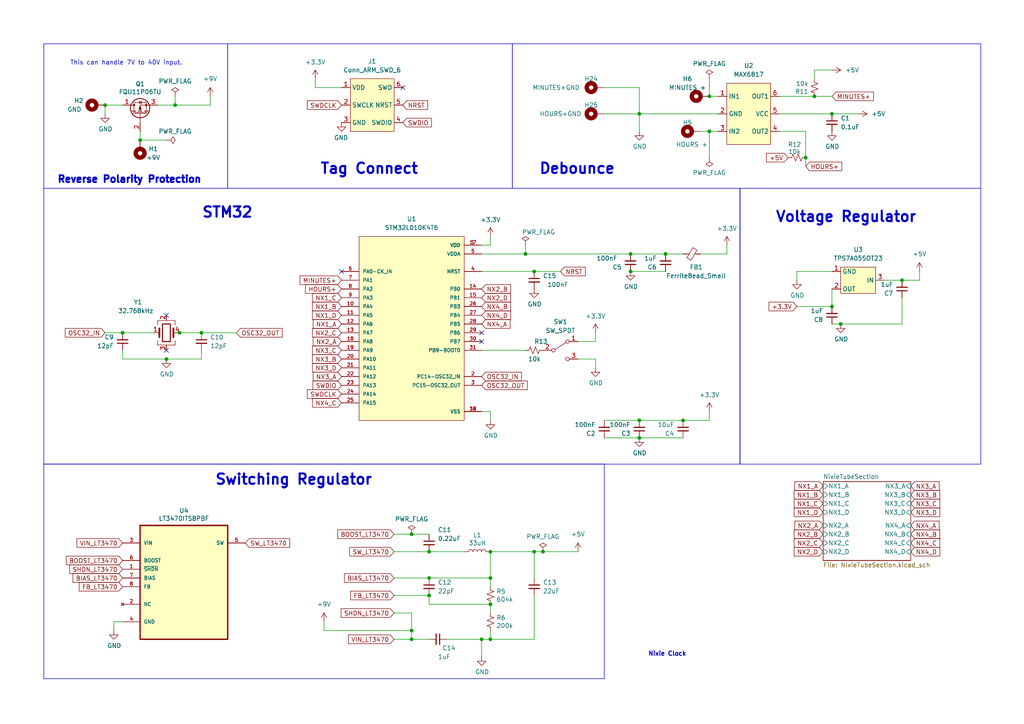
<source format=kicad_sch>
(kicad_sch (version 20230121) (generator eeschema)
  (paper "A4")
  (lib_symbols
    (symbol "Connector:Conn_ARM_SWD_6"
      (property "Reference" "U" (at 0 11.43 0))
      (property "Value" "Conn_ARM_SWD_6" (at 0 8.89 0))
      (symbol "Conn_ARM_SWD_6_0_1"
        (rectangle (start -6.35 7.62) (end 6.35 -7.62) (fill (type background)))
      )
      (symbol "Conn_ARM_SWD_6_1_1"
        (pin power_in line (at -8.89 5.08 0) (length 2.54) (name "VDD") (number "1"))
        (pin input line (at -8.89 0 0) (length 2.54) (name "SWCLK") (number "2"))
        (pin power_out line (at -8.89 -5.08 0) (length 2.54) (name "GND") (number "3"))
        (pin input line (at 8.89 -5.08 180) (length 2.54) (name "SWDIO") (number "4"))
        (pin input line (at 8.89 0 180) (length 2.54) (name "NRST") (number "5"))
        (pin input line (at 8.89 5.08 180) (length 2.54) (name "SWO") (number "6"))
      )
    )
    (symbol "Device:C_Small" (pin_numbers hide) (pin_names (offset 0.254) hide)
      (property "Reference" "C" (at 0.254 1.778 0))
      (property "Value" "C_Small" (at 0.254 -2.032 0))
      (symbol "C_Small_0_1"
        (polyline (pts (xy -1.524 -0.508) (xy 1.524 -0.508)) (stroke (width 0.3302)))
        (polyline (pts (xy -1.524 0.508) (xy 1.524 0.508)) (stroke (width 0.3048)))
      )
      (symbol "C_Small_1_1"
        (pin passive line (at 0 2.54 270) (length 2.032) (name "~") (number "1"))
        (pin passive line (at 0 -2.54 90) (length 2.032) (name "~") (number "2"))
      )
    )
    (symbol "Device:Crystal_GND23" (pin_names (offset 1.016) hide)
      (property "Reference" "Y" (at 3.175 5.08 0))
      (property "Value" "Crystal_GND23" (at 3.175 3.175 0))
      (symbol "Crystal_GND23_0_1"
        (rectangle (start -1.143 2.54) (end 1.143 -2.54) (stroke (width 0.3048)))
        (polyline (pts (xy -2.54 0) (xy -2.032 0)))
        (polyline (pts (xy -2.032 -1.27) (xy -2.032 1.27)) (stroke (width 0.508)))
        (polyline (pts (xy 0 -3.81) (xy 0 -3.556)))
        (polyline (pts (xy 0 3.556) (xy 0 3.81)))
        (polyline (pts (xy 2.032 -1.27) (xy 2.032 1.27)) (stroke (width 0.508)))
        (polyline (pts (xy 2.032 0) (xy 2.54 0)))
        (polyline (pts (xy -2.54 -2.286) (xy -2.54 -3.556) (xy 2.54 -3.556) (xy 2.54 -2.286)))
        (polyline (pts (xy -2.54 2.286) (xy -2.54 3.556) (xy 2.54 3.556) (xy 2.54 2.286)))
      )
      (symbol "Crystal_GND23_1_1"
        (pin passive line (at -3.81 0 0) (length 1.27) (name "1") (number "1"))
        (pin passive line (at 0 5.08 270) (length 1.27) (name "2") (number "2"))
        (pin passive line (at 0 -5.08 90) (length 1.27) (name "3") (number "3"))
        (pin passive line (at 3.81 0 180) (length 1.27) (name "4") (number "4"))
      )
    )
    (symbol "Device:FerriteBead_Small" (pin_numbers hide) (pin_names (offset 0))
      (property "Reference" "FB" (at 1.905 1.27 0))
      (property "Value" "FerriteBead_Small" (at 1.905 -1.27 0))
      (symbol "FerriteBead_Small_0_1"
        (polyline (pts (xy 0 -1.27) (xy 0 -0.7874)))
        (polyline (pts (xy 0 0.889) (xy 0 1.2954)))
        (polyline (pts (xy -1.8288 0.2794) (xy -1.1176 1.4986) (xy 1.8288 -0.2032) (xy 1.1176 -1.4224) (xy -1.8288 0.2794)))
      )
      (symbol "FerriteBead_Small_1_1"
        (pin passive line (at 0 2.54 270) (length 1.27) (name "~") (number "1"))
        (pin passive line (at 0 -2.54 90) (length 1.27) (name "~") (number "2"))
      )
    )
    (symbol "Device:L" (pin_numbers hide) (pin_names (offset 1.016) hide)
      (property "Reference" "L" (at -1.27 0 90))
      (property "Value" "L" (at 1.905 0 90))
      (symbol "L_0_1"
        (arc (start 0 -2.54) (mid 0.6323 -1.905) (end 0 -1.27))
        (arc (start 0 -1.27) (mid 0.6323 -0.635) (end 0 0))
        (arc (start 0 0) (mid 0.6323 0.635) (end 0 1.27))
        (arc (start 0 1.27) (mid 0.6323 1.905) (end 0 2.54))
      )
      (symbol "L_1_1"
        (pin passive line (at 0 3.81 270) (length 1.27) (name "1") (number "1"))
        (pin passive line (at 0 -3.81 90) (length 1.27) (name "2") (number "2"))
      )
    )
    (symbol "Device:R_Small_US" (pin_numbers hide) (pin_names (offset 0.254) hide)
      (property "Reference" "R" (at 0.762 0.508 0))
      (property "Value" "R_Small_US" (at 0.762 -1.016 0))
      (symbol "R_Small_US_1_1"
        (polyline (pts (xy 0 0) (xy 1.016 -0.381) (xy 0 -0.762) (xy -1.016 -1.143) (xy 0 -1.524)))
        (polyline (pts (xy 0 1.524) (xy 1.016 1.143) (xy 0 0.762) (xy -1.016 0.381) (xy 0 0)))
        (pin passive line (at 0 2.54 270) (length 1.016) (name "~") (number "1"))
        (pin passive line (at 0 -2.54 90) (length 1.016) (name "~") (number "2"))
      )
    )
    (symbol "Interface:MAX6817"
      (property "Reference" "U" (at 0 16.51 0))
      (property "Value" "MAX6817" (at 0 16.51 0))
      (symbol "MAX6817_0_1"
        (rectangle (start -6.35 8.89) (end 6.35 -8.89) (fill (type background)))
      )
      (symbol "MAX6817_1_1"
        (pin input line (at -8.89 5.08 0) (length 2.54) (name "IN1") (number "1"))
        (pin power_in line (at -8.89 0 0) (length 2.54) (name "GND") (number "2"))
        (pin input line (at -8.89 -5.08 0) (length 2.54) (name "IN2") (number "3"))
        (pin output line (at 8.89 -5.08 180) (length 2.54) (name "OUT2") (number "4"))
        (pin power_in line (at 8.89 0 180) (length 2.54) (name "VCC") (number "5"))
        (pin output line (at 8.89 5.08 180) (length 2.54) (name "OUT1") (number "6"))
      )
    )
    (symbol "LT3470ITS8PBF:LT3470ITS8PBF" (pin_names (offset 1.016))
      (property "Reference" "U" (at -4.9276 15.1892 0))
      (property "Value" "LT3470ITS8PBF_LT3470ITS8PBF" (at -6.8072 -24.7396 0))
      (symbol "LT3470ITS8PBF_0_0"
        (rectangle (start -12.7 -20.32) (end 12.7 12.7) (stroke (width 0.4064)) (fill (type background)))
        (pin input line (at -17.78 0 0) (length 5.08) (name "~{SHDN}") (number "1"))
        (pin no_connect line (at -17.78 -10.16 0) (length 5.08) (name "NC") (number "2"))
        (pin power_in line (at -17.78 7.62 0) (length 5.08) (name "VIN") (number "3"))
        (pin passive line (at -17.78 -15.24 0) (length 5.08) (name "GND") (number "4"))
        (pin output line (at 17.78 7.62 180) (length 5.08) (name "SW") (number "5"))
        (pin power_in line (at -17.78 2.54 0) (length 5.08) (name "BOOST") (number "6"))
        (pin power_in line (at -17.78 -2.54 0) (length 5.08) (name "BIAS") (number "7"))
        (pin input line (at -17.78 -5.08 0) (length 5.08) (name "FB") (number "8"))
      )
    )
    (symbol "Mechanical:MountingHole_Pad" (pin_numbers hide) (pin_names (offset 1.016) hide)
      (property "Reference" "H" (at 0 6.35 0))
      (property "Value" "MountingHole_Pad" (at 0 4.445 0))
      (symbol "MountingHole_Pad_0_1"
        (circle (center 0 1.27) (radius 1.27) (stroke (width 1.27)))
      )
      (symbol "MountingHole_Pad_1_1"
        (pin input line (at 0 -2.54 90) (length 2.54) (name "1") (number "1"))
      )
    )
    (symbol "Regulator_Linear:TPS7A05SOT23"
      (property "Reference" "U" (at 0 8.89 0))
      (property "Value" "TPS7A05SOT23" (at 0 6.35 0))
      (symbol "TPS7A05SOT23_0_1"
        (rectangle (start -5.08 3.81) (end 5.08 -3.81) (fill (type background)))
      )
      (symbol "TPS7A05SOT23_1_1"
        (pin power_in line (at -7.62 2.54 0) (length 2.54) (name "GND") (number "1"))
        (pin power_out line (at -7.62 -2.54 0) (length 2.54) (name "OUT") (number "2"))
        (pin power_in line (at 7.62 0 180) (length 2.54) (name "IN") (number "3"))
      )
    )
    (symbol "STM32L010K4T6:STM32L010K4T6" (pin_names (offset 1.016))
      (property "Reference" "U" (at -15.24 26.67 0))
      (property "Value" "STM32L010K4T6" (at -15.24 -30.48 0))
      (symbol "STM32L010K4T6_0_0"
        (rectangle (start -15.24 -27.94) (end 15.24 25.4) (stroke (width 0.1524)) (fill (type background)))
        (pin power_in line (at 20.32 22.86 180) (length 5.08) (name "VDD") (number "1"))
        (pin bidirectional line (at -20.32 5.08 0) (length 5.08) (name "PA4") (number "10"))
        (pin bidirectional line (at -20.32 2.54 0) (length 5.08) (name "PA5") (number "11"))
        (pin bidirectional line (at -20.32 0 0) (length 5.08) (name "PA6") (number "12"))
        (pin bidirectional line (at -20.32 -2.54 0) (length 5.08) (name "PA7") (number "13"))
        (pin bidirectional line (at 20.32 10.16 180) (length 5.08) (name "PB0") (number "14"))
        (pin bidirectional line (at 20.32 7.62 180) (length 5.08) (name "PB1") (number "15"))
        (pin power_in line (at 20.32 -25.4 180) (length 5.08) (name "VSS") (number "16"))
        (pin power_in line (at 20.32 22.86 180) (length 5.08) (name "VDD") (number "17"))
        (pin bidirectional line (at -20.32 -5.08 0) (length 5.08) (name "PA8") (number "18"))
        (pin bidirectional line (at -20.32 -7.62 0) (length 5.08) (name "PA9") (number "19"))
        (pin bidirectional line (at 20.32 -15.24 180) (length 5.08) (name "PC14-OSC32_IN") (number "2"))
        (pin bidirectional line (at -20.32 -10.16 0) (length 5.08) (name "PA10") (number "20"))
        (pin bidirectional line (at -20.32 -12.7 0) (length 5.08) (name "PA11") (number "21"))
        (pin bidirectional line (at -20.32 -15.24 0) (length 5.08) (name "PA12") (number "22"))
        (pin bidirectional line (at -20.32 -17.78 0) (length 5.08) (name "PA13") (number "23"))
        (pin bidirectional line (at -20.32 -20.32 0) (length 5.08) (name "PA14") (number "24"))
        (pin bidirectional line (at -20.32 -22.86 0) (length 5.08) (name "PA15") (number "25"))
        (pin bidirectional line (at 20.32 5.08 180) (length 5.08) (name "PB3") (number "26"))
        (pin bidirectional line (at 20.32 2.54 180) (length 5.08) (name "PB4") (number "27"))
        (pin bidirectional line (at 20.32 0 180) (length 5.08) (name "PB5") (number "28"))
        (pin bidirectional line (at 20.32 -2.54 180) (length 5.08) (name "PB6") (number "29"))
        (pin bidirectional line (at 20.32 -17.78 180) (length 5.08) (name "PC15-OSC32_OUT") (number "3"))
        (pin bidirectional line (at 20.32 -5.08 180) (length 5.08) (name "PB7") (number "30"))
        (pin input line (at 20.32 -7.62 180) (length 5.08) (name "PB9-BOOT0") (number "31"))
        (pin power_in line (at 20.32 -25.4 180) (length 5.08) (name "VSS") (number "32"))
        (pin bidirectional line (at 20.32 15.24 180) (length 5.08) (name "NRST") (number "4"))
        (pin power_in line (at 20.32 20.32 180) (length 5.08) (name "VDDA") (number "5"))
        (pin bidirectional line (at -20.32 15.24 0) (length 5.08) (name "PA0-CK_IN") (number "6"))
        (pin bidirectional line (at -20.32 12.7 0) (length 5.08) (name "PA1") (number "7"))
        (pin bidirectional line (at -20.32 10.16 0) (length 5.08) (name "PA2") (number "8"))
        (pin bidirectional line (at -20.32 7.62 0) (length 5.08) (name "PA3") (number "9"))
      )
    )
    (symbol "Switch:SW_SPDT" (pin_names (offset 0) hide)
      (property "Reference" "SW" (at 0 4.318 0))
      (property "Value" "SW_SPDT" (at 0 -5.08 0))
      (symbol "SW_SPDT_0_0"
        (circle (center -2.032 0) (radius 0.508))
        (circle (center 2.032 -2.54) (radius 0.508))
      )
      (symbol "SW_SPDT_0_1"
        (polyline (pts (xy -1.524 0.254) (xy 1.651 2.286)))
        (circle (center 2.032 2.54) (radius 0.508))
      )
      (symbol "SW_SPDT_1_1"
        (pin passive line (at 5.08 2.54 180) (length 2.54) (name "A") (number "1"))
        (pin passive line (at -5.08 0 0) (length 2.54) (name "B") (number "2"))
        (pin passive line (at 5.08 -2.54 180) (length 2.54) (name "C") (number "3"))
      )
    )
    (symbol "Transistor_FET:FQU11P06TU" (pin_names hide)
      (property "Reference" "Q" (at 5.08 1.905 0))
      (property "Value" "Transistor_FET_FQU11P06TU" (at 5.08 0 0))
      (symbol "FQU11P06TU_0_1"
        (polyline (pts (xy 0.254 0) (xy -2.54 0)))
        (polyline (pts (xy 0.254 1.905) (xy 0.254 -1.905)) (stroke (width 0.254)))
        (polyline (pts (xy 0.762 -1.27) (xy 0.762 -2.286)) (stroke (width 0.254)))
        (polyline (pts (xy 0.762 0.508) (xy 0.762 -0.508)) (stroke (width 0.254)))
        (polyline (pts (xy 0.762 2.286) (xy 0.762 1.27)) (stroke (width 0.254)))
        (polyline (pts (xy 2.54 2.54) (xy 2.54 1.778)))
        (polyline (pts (xy 2.54 -2.54) (xy 2.54 0) (xy 0.762 0)))
        (polyline (pts (xy 0.762 1.778) (xy 3.302 1.778) (xy 3.302 -1.778) (xy 0.762 -1.778)))
        (polyline (pts (xy 2.286 0) (xy 1.27 0.381) (xy 1.27 -0.381) (xy 2.286 0)) (fill (type outline)))
        (polyline (pts (xy 2.794 -0.508) (xy 2.921 -0.381) (xy 3.683 -0.381) (xy 3.81 -0.254)))
        (polyline (pts (xy 3.302 -0.381) (xy 2.921 0.254) (xy 3.683 0.254) (xy 3.302 -0.381)))
        (circle (center 1.651 0) (radius 2.794) (stroke (width 0.254)))
        (circle (center 2.54 -1.778) (radius 0.254) (fill (type outline)))
        (circle (center 2.54 1.778) (radius 0.254) (fill (type outline)))
      )
      (symbol "FQU11P06TU_1_1"
        (pin passive line (at 2.54 5.08 270) (length 2.54) (name "D") (number "1"))
        (pin input line (at -5.08 0 0) (length 2.54) (name "G") (number "2"))
        (pin passive line (at 2.54 -5.08 90) (length 2.54) (name "S") (number "3"))
      )
    )
    (symbol "power:+3.3V" (power) (pin_names (offset 0))
      (property "Value" "+3.3V" (at 0 3.556 0))
      (symbol "+3.3V_0_1"
        (polyline (pts (xy -0.762 1.27) (xy 0 2.54)))
        (polyline (pts (xy 0 0) (xy 0 2.54)))
        (polyline (pts (xy 0 2.54) (xy 0.762 1.27)))
      )
      (symbol "+3.3V_1_1"
        (pin power_in line (at 0 0 90) (length 0) hide (name "+3.3V") (number "1"))
      )
    )
    (symbol "power:+5V" (power) (pin_names (offset 0))
      (property "Value" "+5V" (at 0 3.556 0))
      (symbol "+5V_0_1"
        (polyline (pts (xy -0.762 1.27) (xy 0 2.54)))
        (polyline (pts (xy 0 0) (xy 0 2.54)))
        (polyline (pts (xy 0 2.54) (xy 0.762 1.27)))
      )
      (symbol "+5V_1_1"
        (pin power_in line (at 0 0 90) (length 0) hide (name "+5V") (number "1"))
      )
    )
    (symbol "power:+9V" (power) (pin_names (offset 0))
      (property "Value" "+9V" (at 0 3.556 0))
      (symbol "+9V_0_1"
        (polyline (pts (xy -0.762 1.27) (xy 0 2.54)))
        (polyline (pts (xy 0 0) (xy 0 2.54)))
        (polyline (pts (xy 0 2.54) (xy 0.762 1.27)))
      )
      (symbol "+9V_1_1"
        (pin power_in line (at 0 0 90) (length 0) hide (name "+9V") (number "1"))
      )
    )
    (symbol "power:GND" (power) (pin_names (offset 0))
      (property "Value" "GND" (at 0 -3.81 0))
      (symbol "GND_0_1"
        (polyline (pts (xy 0 0) (xy 0 -1.27) (xy 1.27 -1.27) (xy 0 -2.54) (xy -1.27 -1.27) (xy 0 -1.27)))
      )
      (symbol "GND_1_1"
        (pin power_in line (at 0 0 270) (length 0) hide (name "GND") (number "1"))
      )
    )
    (symbol "power:PWR_FLAG" (power) (pin_numbers hide) (pin_names (offset 0) hide)
      (property "Value" "PWR_FLAG" (at 0 3.81 0))
      (symbol "PWR_FLAG_0_0"
        (pin power_out line (at 0 0 90) (length 0) (name "pwr") (number "1"))
      )
      (symbol "PWR_FLAG_0_1"
        (polyline (pts (xy 0 0) (xy 0 1.27) (xy -1.016 1.905) (xy 0 2.54) (xy 1.016 1.905) (xy 0 1.27)))
      )
    )
  )
  (junction (at 52.07 96.52))
  (junction (at 139.7 185.42))
  (junction (at 124.46 160.02))
  (junction (at 233.68 45.72))
  (junction (at 154.94 160.02))
  (junction (at 124.46 172.72))
  (junction (at 142.24 167.64))
  (junction (at 193.04 73.66))
  (junction (at 50.8 30.48))
  (junction (at 182.88 73.66))
  (junction (at 142.24 185.42))
  (junction (at 182.88 78.74))
  (junction (at 142.24 175.26))
  (junction (at 154.94 78.74))
  (junction (at 261.62 81.28))
  (junction (at 241.3 88.9))
  (junction (at 236.22 27.94))
  (junction (at 152.4 73.66))
  (junction (at 185.42 127))
  (junction (at 243.84 93.98))
  (junction (at 205.74 38.1))
  (junction (at 48.26 104.14))
  (junction (at 119.38 182.88))
  (junction (at 241.3 33.02))
  (junction (at 157.48 160.02))
  (junction (at 205.74 27.94))
  (junction (at 35.56 96.52))
  (junction (at 119.38 185.42))
  (junction (at 124.46 167.64))
  (junction (at 30.48 30.48))
  (junction (at 142.24 160.02))
  (junction (at 198.12 121.92))
  (junction (at 119.38 154.94))
  (junction (at 185.42 121.92))
  (junction (at 58.42 96.52))
  (junction (at 185.42 33.02))
  (junction (at 40.64 40.64))
  (no_connect (at 139.7 96.52))
  (no_connect (at 139.7 99.06))
  (no_connect (at 99.06 78.74))
  (no_connect (at 48.26 91.44))
  (no_connect (at 48.26 101.6))
  (no_connect (at 116.84 25.4))
  (wire (pts (xy 154.94 167.64) (xy 154.94 160.02)))
  (wire (pts (xy 35.56 104.14) (xy 48.26 104.14)))
  (wire (pts (xy 157.48 160.02) (xy 167.64 160.02)))
  (wire (pts (xy 185.42 121.92) (xy 198.12 121.92)))
  (wire (pts (xy 142.24 185.42) (xy 142.24 182.88)))
  (wire (pts (xy 233.68 38.1) (xy 233.68 45.72)))
  (wire (pts (xy 203.2 38.1) (xy 205.74 38.1)))
  (wire (pts (xy 30.48 96.52) (xy 35.56 96.52)))
  (wire (pts (xy 182.88 78.74) (xy 193.04 78.74)))
  (wire (pts (xy 114.3 167.64) (xy 124.46 167.64)))
  (wire (pts (xy 142.24 185.42) (xy 154.94 185.42)))
  (wire (pts (xy 30.48 30.48) (xy 30.48 33.02)))
  (wire (pts (xy 261.62 81.28) (xy 266.7 81.28)))
  (wire (pts (xy 231.14 81.28) (xy 231.14 78.74)))
  (wire (pts (xy 142.24 121.92) (xy 142.24 119.38)))
  (wire (pts (xy 119.38 154.94) (xy 124.46 154.94)))
  (wire (pts (xy 50.8 27.94) (xy 50.8 30.48)))
  (wire (pts (xy 91.44 22.86) (xy 91.44 25.4)))
  (wire (pts (xy 236.22 20.32) (xy 241.3 20.32)))
  (wire (pts (xy 40.64 40.64) (xy 48.26 40.64)))
  (wire (pts (xy 205.74 38.1) (xy 208.28 38.1)))
  (wire (pts (xy 185.42 33.02) (xy 185.42 38.1)))
  (wire (pts (xy 167.64 99.06) (xy 172.72 99.06)))
  (wire (pts (xy 236.22 20.32) (xy 236.22 22.86)))
  (wire (pts (xy 152.4 73.66) (xy 182.88 73.66)))
  (wire (pts (xy 205.74 38.1) (xy 205.74 45.72)))
  (wire (pts (xy 185.42 33.02) (xy 208.28 33.02)))
  (wire (pts (xy 142.24 175.26) (xy 142.24 177.8)))
  (wire (pts (xy 241.3 33.02) (xy 248.92 33.02)))
  (wire (pts (xy 205.74 27.94) (xy 208.28 27.94)))
  (wire (pts (xy 231.14 88.9) (xy 241.3 88.9)))
  (wire (pts (xy 33.02 180.34) (xy 33.02 182.88)))
  (wire (pts (xy 167.64 104.14) (xy 172.72 104.14)))
  (wire (pts (xy 119.38 177.8) (xy 119.38 182.88)))
  (wire (pts (xy 261.62 86.36) (xy 261.62 93.98)))
  (wire (pts (xy 45.72 30.48) (xy 50.8 30.48)))
  (wire (pts (xy 210.82 71.12) (xy 210.82 73.66)))
  (wire (pts (xy 142.24 167.64) (xy 142.24 170.18)))
  (wire (pts (xy 93.98 182.88) (xy 119.38 182.88)))
  (wire (pts (xy 142.24 160.02) (xy 142.24 167.64)))
  (wire (pts (xy 203.2 73.66) (xy 210.82 73.66)))
  (wire (pts (xy 139.7 185.42) (xy 139.7 190.5)))
  (wire (pts (xy 91.44 25.4) (xy 99.06 25.4)))
  (wire (pts (xy 52.07 96.52) (xy 58.42 96.52)))
  (wire (pts (xy 226.06 33.02) (xy 241.3 33.02)))
  (wire (pts (xy 142.24 175.26) (xy 124.46 175.26)))
  (wire (pts (xy 175.26 121.92) (xy 185.42 121.92)))
  (wire (pts (xy 205.74 22.86) (xy 205.74 27.94)))
  (wire (pts (xy 154.94 185.42) (xy 154.94 172.72)))
  (wire (pts (xy 226.06 27.94) (xy 236.22 27.94)))
  (wire (pts (xy 124.46 175.26) (xy 124.46 172.72)))
  (wire (pts (xy 185.42 25.4) (xy 185.42 33.02)))
  (wire (pts (xy 172.72 104.14) (xy 172.72 106.68)))
  (wire (pts (xy 124.46 185.42) (xy 119.38 185.42)))
  (wire (pts (xy 142.24 160.02) (xy 154.94 160.02)))
  (wire (pts (xy 93.98 180.34) (xy 93.98 182.88)))
  (wire (pts (xy 60.96 27.94) (xy 60.96 30.48)))
  (wire (pts (xy 35.56 96.52) (xy 44.45 96.52)))
  (wire (pts (xy 175.26 25.4) (xy 185.42 25.4)))
  (wire (pts (xy 142.24 119.38) (xy 139.7 119.38)))
  (wire (pts (xy 139.7 78.74) (xy 154.94 78.74)))
  (wire (pts (xy 119.38 185.42) (xy 114.3 185.42)))
  (wire (pts (xy 58.42 101.6) (xy 58.42 104.14)))
  (wire (pts (xy 172.72 99.06) (xy 172.72 96.52)))
  (wire (pts (xy 154.94 160.02) (xy 157.48 160.02)))
  (wire (pts (xy 205.74 119.38) (xy 205.74 121.92)))
  (wire (pts (xy 50.8 96.52) (xy 52.07 96.52)))
  (wire (pts (xy 124.46 167.64) (xy 142.24 167.64)))
  (wire (pts (xy 152.4 71.12) (xy 152.4 73.66)))
  (wire (pts (xy 231.14 78.74) (xy 241.3 78.74)))
  (wire (pts (xy 243.84 93.98) (xy 261.62 93.98)))
  (wire (pts (xy 198.12 121.92) (xy 205.74 121.92)))
  (wire (pts (xy 139.7 101.6) (xy 152.4 101.6)))
  (wire (pts (xy 266.7 78.74) (xy 266.7 81.28)))
  (wire (pts (xy 48.26 104.14) (xy 58.42 104.14)))
  (wire (pts (xy 35.56 101.6) (xy 35.56 104.14)))
  (wire (pts (xy 241.3 83.82) (xy 241.3 88.9)))
  (wire (pts (xy 142.24 68.58) (xy 142.24 71.12)))
  (wire (pts (xy 30.48 30.48) (xy 35.56 30.48)))
  (wire (pts (xy 114.3 172.72) (xy 124.46 172.72)))
  (wire (pts (xy 40.64 38.1) (xy 40.64 40.64)))
  (wire (pts (xy 226.06 38.1) (xy 233.68 38.1)))
  (wire (pts (xy 154.94 78.74) (xy 162.56 78.74)))
  (wire (pts (xy 114.3 154.94) (xy 119.38 154.94)))
  (wire (pts (xy 139.7 73.66) (xy 152.4 73.66)))
  (wire (pts (xy 114.3 177.8) (xy 119.38 177.8)))
  (wire (pts (xy 129.54 185.42) (xy 139.7 185.42)))
  (wire (pts (xy 142.24 71.12) (xy 139.7 71.12)))
  (wire (pts (xy 185.42 127) (xy 198.12 127)))
  (wire (pts (xy 182.88 73.66) (xy 193.04 73.66)))
  (wire (pts (xy 256.54 81.28) (xy 261.62 81.28)))
  (wire (pts (xy 58.42 96.52) (xy 68.58 96.52)))
  (wire (pts (xy 119.38 182.88) (xy 119.38 185.42)))
  (wire (pts (xy 114.3 160.02) (xy 124.46 160.02)))
  (wire (pts (xy 236.22 27.94) (xy 241.3 27.94)))
  (wire (pts (xy 35.56 180.34) (xy 33.02 180.34)))
  (wire (pts (xy 233.68 45.72) (xy 233.68 48.26)))
  (wire (pts (xy 134.62 160.02) (xy 124.46 160.02)))
  (wire (pts (xy 175.26 33.02) (xy 185.42 33.02)))
  (wire (pts (xy 241.3 93.98) (xy 243.84 93.98)))
  (wire (pts (xy 139.7 185.42) (xy 142.24 185.42)))
  (wire (pts (xy 50.8 30.48) (xy 60.96 30.48)))
  (wire (pts (xy 175.26 127) (xy 185.42 127)))
  (wire (pts (xy 193.04 73.66) (xy 198.12 73.66)))
  (rectangle (start 148.59 12.7) (end 284.48 54.61))
  (rectangle (start 12.7 12.7) (end 66.04 54.61))
  (rectangle (start 12.7 134.62) (end 175.26 196.85))
  (rectangle (start 214.63 54.61) (end 284.48 134.62))
  (rectangle (start 66.04 12.7) (end 148.59 54.61))
  (rectangle (start 12.7 54.61) (end 214.63 134.62))
  (text "Reverse Polarity Protection" (at 16.51 53.34 0) (effects (font (size 2 2) (thickness 0.6) bold) (justify left bottom)))
  (text "Switching Regulator" (at 62.23 140.97 0) (effects (font (size 3 3) (thickness 0.6) bold) (justify left bottom)))
  (text "Debounce" (at 156.21 50.8 0) (effects (font (size 3 3) bold) (justify left bottom)))
  (text "Voltage Regulator" (at 224.79 64.77 0) (effects (font (size 3 3) bold) (justify left bottom)))
  (text "This can handle 7V to 40V input." (at 20.32 19.05 0) (effects (font (size 1.27 1.27)) (justify left bottom)))
  (text "Tag Connect" (at 92.71 50.8 0) (effects (font (size 3 3) bold) (justify left bottom)))
  (text "Nixie Clock" (at 187.96 190.5 0) (effects (font (size 1.27 1.27) bold) (justify left bottom)))
  (text "STM32" (at 58.42 63.5 0) (effects (font (size 3 3) (thickness 0.6) bold) (justify left bottom)))
  (global_label "NX4_D" (shape input) (at 264.16 160.02 0) (property "Intersheetrefs" "${INTERSHEET_REFS}" (effects hide)))
  (global_label "NX3_C" (shape input) (at 99.06 101.6 180) (property "Intersheetrefs" "${INTERSHEET_REFS}" (effects hide)))
  (global_label "NX4_D" (shape input) (at 139.7 91.44 0) (property "Intersheetrefs" "${INTERSHEET_REFS}" (effects hide)))
  (global_label "NX3_D" (shape input) (at 264.16 148.59 0) (property "Intersheetrefs" "${INTERSHEET_REFS}" (effects hide)))
  (global_label "NX2_B" (shape input) (at 238.76 154.94 180) (property "Intersheetrefs" "${INTERSHEET_REFS}" (effects hide)))
  (global_label "NX3_A" (shape input) (at 264.16 140.97 0) (property "Intersheetrefs" "${INTERSHEET_REFS}" (effects hide)))
  (global_label "MINUTES+" (shape input) (at 241.3 27.94 0) (property "Intersheetrefs" "${INTERSHEET_REFS}" (effects hide)))
  (global_label "SHDN_LT3470" (shape input) (at 35.56 165.1 180) (property "Intersheetrefs" "${INTERSHEET_REFS}" (effects hide)))
  (global_label "BIAS_LT3470" (shape input) (at 35.56 167.64 180) (property "Intersheetrefs" "${INTERSHEET_REFS}" (effects hide)))
  (global_label "NX1_D" (shape input) (at 238.76 148.59 180) (property "Intersheetrefs" "${INTERSHEET_REFS}" (effects hide)))
  (global_label "NX2_D" (shape input) (at 238.76 160.02 180) (property "Intersheetrefs" "${INTERSHEET_REFS}" (effects hide)))
  (global_label "NX3_B" (shape input) (at 264.16 143.51 0) (property "Intersheetrefs" "${INTERSHEET_REFS}" (effects hide)))
  (global_label "+5V" (shape input) (at 228.6 45.72 180) (property "Intersheetrefs" "${INTERSHEET_REFS}" (effects hide)))
  (global_label "NX2_C" (shape input) (at 99.06 96.52 180) (property "Intersheetrefs" "${INTERSHEET_REFS}" (effects hide)))
  (global_label "SWDCLK" (shape input) (at 99.06 30.48 180) (property "Intersheetrefs" "${INTERSHEET_REFS}" (effects hide)))
  (global_label "NX4_B" (shape input) (at 264.16 154.94 0) (property "Intersheetrefs" "${INTERSHEET_REFS}" (effects hide)))
  (global_label "NX4_C" (shape input) (at 99.06 116.84 180) (property "Intersheetrefs" "${INTERSHEET_REFS}" (effects hide)))
  (global_label "NX2_A" (shape input) (at 238.76 152.4 180) (property "Intersheetrefs" "${INTERSHEET_REFS}" (effects hide)))
  (global_label "NRST" (shape input) (at 116.84 30.48 0) (property "Intersheetrefs" "${INTERSHEET_REFS}" (effects hide)))
  (global_label "NX3_A" (shape input) (at 99.06 109.22 180) (property "Intersheetrefs" "${INTERSHEET_REFS}" (effects hide)))
  (global_label "NX4_A" (shape input) (at 139.7 93.98 0) (property "Intersheetrefs" "${INTERSHEET_REFS}" (effects hide)))
  (global_label "FB_LT3470" (shape input) (at 35.56 170.18 180) (property "Intersheetrefs" "${INTERSHEET_REFS}" (effects hide)))
  (global_label "VIN_LT3470" (shape input) (at 114.3 185.42 180) (property "Intersheetrefs" "${INTERSHEET_REFS}" (effects hide)))
  (global_label "FB_LT3470" (shape input) (at 114.3 172.72 180) (property "Intersheetrefs" "${INTERSHEET_REFS}" (effects hide)))
  (global_label "NX1_C" (shape input) (at 99.06 86.36 180) (property "Intersheetrefs" "${INTERSHEET_REFS}" (effects hide)))
  (global_label "NX4_A" (shape input) (at 264.16 152.4 0) (property "Intersheetrefs" "${INTERSHEET_REFS}" (effects hide)))
  (global_label "SW_LT3470" (shape input) (at 71.12 157.48 0) (property "Intersheetrefs" "${INTERSHEET_REFS}" (effects hide)))
  (global_label "SHDN_LT3470" (shape input) (at 114.3 177.8 180) (property "Intersheetrefs" "${INTERSHEET_REFS}" (effects hide)))
  (global_label "OSC32_IN" (shape input) (at 139.7 109.22 0) (property "Intersheetrefs" "${INTERSHEET_REFS}" (effects hide)))
  (global_label "NX1_A" (shape input) (at 99.06 93.98 180) (property "Intersheetrefs" "${INTERSHEET_REFS}" (effects hide)))
  (global_label "NX3_D" (shape input) (at 99.06 106.68 180) (property "Intersheetrefs" "${INTERSHEET_REFS}" (effects hide)))
  (global_label "SWDIO" (shape input) (at 99.06 111.76 180) (property "Intersheetrefs" "${INTERSHEET_REFS}" (effects hide)))
  (global_label "SWDIO" (shape input) (at 116.84 35.56 0) (property "Intersheetrefs" "${INTERSHEET_REFS}" (effects hide)))
  (global_label "NX3_B" (shape input) (at 99.06 104.14 180) (property "Intersheetrefs" "${INTERSHEET_REFS}" (effects hide)))
  (global_label "NRST" (shape input) (at 162.56 78.74 0) (property "Intersheetrefs" "${INTERSHEET_REFS}" (effects hide)))
  (global_label "NX2_A" (shape input) (at 99.06 99.06 180) (property "Intersheetrefs" "${INTERSHEET_REFS}" (effects hide)))
  (global_label "NX2_C" (shape input) (at 238.76 157.48 180) (property "Intersheetrefs" "${INTERSHEET_REFS}" (effects hide)))
  (global_label "BOOST_LT3470" (shape input) (at 114.3 154.94 180) (property "Intersheetrefs" "${INTERSHEET_REFS}" (effects hide)))
  (global_label "NX4_C" (shape input) (at 264.16 157.48 0) (property "Intersheetrefs" "${INTERSHEET_REFS}" (effects hide)))
  (global_label "NX1_A" (shape input) (at 238.76 140.97 180) (property "Intersheetrefs" "${INTERSHEET_REFS}" (effects hide)))
  (global_label "VIN_LT3470" (shape input) (at 35.56 157.48 180) (property "Intersheetrefs" "${INTERSHEET_REFS}" (effects hide)))
  (global_label "NX1_D" (shape input) (at 99.06 91.44 180) (property "Intersheetrefs" "${INTERSHEET_REFS}" (effects hide)))
  (global_label "NX1_B" (shape input) (at 99.06 88.9 180) (property "Intersheetrefs" "${INTERSHEET_REFS}" (effects hide)))
  (global_label "MINUTES+" (shape input) (at 99.06 81.28 180) (property "Intersheetrefs" "${INTERSHEET_REFS}" (effects hide)))
  (global_label "+3.3V" (shape input) (at 231.14 88.9 180) (property "Intersheetrefs" "${INTERSHEET_REFS}" (effects hide)))
  (global_label "BOOST_LT3470" (shape input) (at 35.56 162.56 180) (property "Intersheetrefs" "${INTERSHEET_REFS}" (effects hide)))
  (global_label "OSC32_OUT" (shape input) (at 139.7 111.76 0) (property "Intersheetrefs" "${INTERSHEET_REFS}" (effects hide)))
  (global_label "HOURS+" (shape input) (at 99.06 83.82 180) (property "Intersheetrefs" "${INTERSHEET_REFS}" (effects hide)))
  (global_label "NX1_B" (shape input) (at 238.76 143.51 180) (property "Intersheetrefs" "${INTERSHEET_REFS}" (effects hide)))
  (global_label "HOURS+" (shape input) (at 233.68 48.26 0) (property "Intersheetrefs" "${INTERSHEET_REFS}" (effects hide)))
  (global_label "NX1_C" (shape input) (at 238.76 146.05 180) (property "Intersheetrefs" "${INTERSHEET_REFS}" (effects hide)))
  (global_label "NX3_C" (shape input) (at 264.16 146.05 0) (property "Intersheetrefs" "${INTERSHEET_REFS}" (effects hide)))
  (global_label "BIAS_LT3470" (shape input) (at 114.3 167.64 180) (property "Intersheetrefs" "${INTERSHEET_REFS}" (effects hide)))
  (global_label "OSC32_IN" (shape input) (at 30.48 96.52 180) (property "Intersheetrefs" "${INTERSHEET_REFS}" (effects hide)))
  (global_label "SW_LT3470" (shape input) (at 114.3 160.02 180) (property "Intersheetrefs" "${INTERSHEET_REFS}" (effects hide)))
  (global_label "OSC32_OUT" (shape input) (at 68.58 96.52 0) (property "Intersheetrefs" "${INTERSHEET_REFS}" (effects hide)))
  (global_label "SWDCLK" (shape input) (at 99.06 114.3 180) (property "Intersheetrefs" "${INTERSHEET_REFS}" (effects hide)))
  (global_label "NX2_D" (shape input) (at 139.7 86.36 0) (property "Intersheetrefs" "${INTERSHEET_REFS}" (effects hide)))
  (global_label "NX4_B" (shape input) (at 139.7 88.9 0) (property "Intersheetrefs" "${INTERSHEET_REFS}" (effects hide)))
  (global_label "NX2_B" (shape input) (at 139.7 83.82 0) (property "Intersheetrefs" "${INTERSHEET_REFS}" (effects hide)))
  (symbol (lib_id "LT3470ITS8PBF:LT3470ITS8PBF") (at 53.34 165.1 0) (unit 1)
    (property "Reference" "U4" (at 53.34 148.082 0))
    (property "Value" "LT3470ITS8PBF" (at 53.34 150.3934 0))
    (property "Footprint" "Package_TO_SOT_SMD:SOT-23-8_Handsoldering" (effects hide))
    (property "OC_FARNELL" "1531510" (effects hide))
    (property "MPN" "LT3470ITS8#PBF" (effects hide))
    (property "OC_NEWARK" "61M3375" (effects hide))
    (property "PACKAGE" "TSOT-8" (effects hide))
    (property "SUPPLIER" "Linear Technology" (effects hide))
  )
  (symbol (lib_id "Transistor_FET:FQU11P06TU") (at 40.64 33.02 90) (unit 1)
    (property "Reference" "Q1" (at 40.64 24.3332 90))
    (property "Value" "FQU11P06TU" (at 40.64 26.6446 90))
    (property "Footprint" "Package_TO_SOT_THT:TO-251-3-1EP_Horizontal_TabDown" (effects hide))
    (property "Datasheet" "https://www.mouser.com/datasheet/2/308/1/FQU11P06_D-2314224.pdf" (effects hide))
  )
  (symbol (lib_id "power:GND") (at 30.48 33.02 0) (unit 1)
    (property "Reference" "#PWR0101" (effects hide))
    (property "Value" "GND" (at 30.607 37.4142 0))
  )
  (symbol (lib_id "Device:C_Small") (at 127 185.42 270) (unit 1)
    (property "Reference" "C14" (at 128.27 187.96 90) (effects (justify left)))
    (property "Value" "1uF" (at 127 190.5 90) (effects (justify left)))
    (property "Footprint" "Capacitor_SMD:C_1206_3216Metric_Pad1.33x1.80mm_HandSolder" (effects hide))
  )
  (symbol (lib_id "power:GND") (at 139.7 190.5 0) (unit 1)
    (property "Reference" "#PWR0102" (effects hide))
    (property "Value" "GND" (at 139.827 194.8942 0))
  )
  (symbol (lib_id "power:GND") (at 33.02 182.88 0) (unit 1)
    (property "Reference" "#PWR0103" (effects hide))
    (property "Value" "GND" (at 33.147 187.2742 0))
  )
  (symbol (lib_id "Device:C_Small") (at 124.46 170.18 0) (unit 1)
    (property "Reference" "C12" (at 127 168.91 0) (effects (justify left)))
    (property "Value" "22pF" (at 127 171.45 0) (effects (justify left)))
    (property "Footprint" "Capacitor_SMD:C_1206_3216Metric_Pad1.33x1.80mm_HandSolder" (effects hide))
  )
  (symbol (lib_id "Device:C_Small") (at 124.46 157.48 0) (unit 1)
    (property "Reference" "C11" (at 127 153.67 0) (effects (justify left)))
    (property "Value" "0.22uF" (at 127 156.21 0) (effects (justify left)))
    (property "Footprint" "Capacitor_SMD:C_1206_3216Metric_Pad1.33x1.80mm_HandSolder" (effects hide))
  )
  (symbol (lib_id "Device:C_Small") (at 154.94 170.18 0) (unit 1)
    (property "Reference" "C13" (at 157.48 168.91 0) (effects (justify left)))
    (property "Value" "22uF" (at 157.48 171.45 0) (effects (justify left)))
    (property "Footprint" "Capacitor_SMD:C_1206_3216Metric_Pad1.33x1.80mm_HandSolder" (effects hide))
  )
  (symbol (lib_id "Device:L") (at 138.43 160.02 90) (unit 1)
    (property "Reference" "L1" (at 138.43 155.194 90))
    (property "Value" "33uH" (at 138.43 157.5054 90))
    (property "Footprint" "Inductor_THT:RFS1113-333ME" (effects hide))
  )
  (symbol (lib_id "Device:R_Small_US") (at 142.24 172.72 180) (unit 1)
    (property "Reference" "R5" (at 143.9672 171.5516 0) (effects (justify right)))
    (property "Value" "604k" (at 143.9672 173.863 0) (effects (justify right)))
    (property "Footprint" "Resistor_SMD:R_1206_3216Metric_Pad1.30x1.75mm_HandSolder" (effects hide))
  )
  (symbol (lib_id "Device:R_Small_US") (at 142.24 180.34 180) (unit 1)
    (property "Reference" "R6" (at 143.9672 179.1716 0) (effects (justify right)))
    (property "Value" "200k" (at 143.9672 181.483 0) (effects (justify right)))
    (property "Footprint" "Resistor_SMD:R_1206_3216Metric_Pad1.30x1.75mm_HandSolder" (effects hide))
  )
  (symbol (lib_id "power:PWR_FLAG") (at 157.48 160.02 0) (unit 1)
    (property "Reference" "#FLG0101" (effects hide))
    (property "Value" "PWR_FLAG" (at 157.48 155.6258 0))
  )
  (symbol (lib_id "power:PWR_FLAG") (at 50.8 27.94 0) (unit 1)
    (property "Reference" "#FLG0102" (effects hide))
    (property "Value" "PWR_FLAG" (at 50.8 23.5458 0))
  )
  (symbol (lib_id "Mechanical:MountingHole_Pad") (at 40.64 43.18 180) (unit 1)
    (property "Reference" "H1" (at 44.45 43.18 0))
    (property "Value" "+9V" (at 44.45 45.72 0))
    (property "Footprint" "Connector_Wire:SolderWire-0.25sqmm_1x01_D0.65mm_OD1.7mm" (effects hide))
  )
  (symbol (lib_id "Mechanical:MountingHole_Pad") (at 27.94 30.48 90) (unit 1)
    (property "Reference" "H2" (at 22.86 29.21 90))
    (property "Value" "GND" (at 21.59 31.75 90))
    (property "Footprint" "Connector_Wire:SolderWire-0.25sqmm_1x01_D0.65mm_OD1.7mm" (effects hide))
  )
  (symbol (lib_id "power:PWR_FLAG") (at 48.26 40.64 270) (unit 1)
    (property "Reference" "#FLG0103" (effects hide))
    (property "Value" "PWR_FLAG" (at 50.8 38.1 90))
  )
  (symbol (lib_id "Mechanical:MountingHole_Pad") (at 203.2 27.94 90) (unit 1)
    (property "Reference" "H6" (at 199.39 22.86 90))
    (property "Value" "MINUTES +" (at 199.39 25.4 90))
    (property "Footprint" "Connector_Wire:SolderWire-0.25sqmm_1x01_D0.65mm_OD1.7mm" (effects hide))
  )
  (symbol (lib_id "Mechanical:MountingHole_Pad") (at 200.66 38.1 90) (unit 1)
    (property "Reference" "H5" (at 199.39 35.56 90))
    (property "Value" "HOURS +" (at 200.66 41.91 90))
    (property "Footprint" "Connector_Wire:SolderWire-0.25sqmm_1x01_D0.65mm_OD1.7mm" (effects hide))
  )
  (symbol (lib_id "power:+3.3V") (at 210.82 71.12 0) (unit 1)
    (property "Reference" "#PWR03" (effects hide))
    (property "Value" "+3.3V" (at 210.82 66.294 0))
  )
  (symbol (lib_id "power:+5V") (at 167.64 160.02 0) (unit 1)
    (property "Reference" "#PWR0120" (effects hide))
    (property "Value" "+5V" (at 167.64 154.94 0))
  )
  (symbol (lib_id "power:+5V") (at 248.92 33.02 270) (unit 1)
    (property "Reference" "#PWR0121" (effects hide))
    (property "Value" "+5V" (at 252.73 33.0199 90) (effects (justify left)))
  )
  (symbol (lib_id "power:GND") (at 182.88 78.74 0) (unit 1)
    (property "Reference" "#PWR0106" (effects hide))
    (property "Value" "GND" (at 183.007 83.1342 0))
  )
  (symbol (lib_id "Device:C_Small") (at 182.88 76.2 180) (unit 1)
    (property "Reference" "C5" (at 180.34 77.47 0) (effects (justify left)))
    (property "Value" "100nF" (at 179.07 74.93 0) (effects (justify left)))
    (property "Footprint" "Capacitor_SMD:C_1206_3216Metric_Pad1.33x1.80mm_HandSolder" (effects hide))
  )
  (symbol (lib_id "Device:Crystal_GND23") (at 48.26 96.52 0) (unit 1)
    (property "Reference" "Y1" (at 40.005 87.63 0))
    (property "Value" "32.768kHz" (at 39.37 90.17 0))
    (property "Footprint" "Crystal:Crystal_SMD_SeikoEpson_MC306-4Pin_8.0x3.2mm_HandSoldering" (effects hide))
  )
  (symbol (lib_id "power:GND") (at 231.14 81.28 0) (unit 1)
    (property "Reference" "#PWR0104" (effects hide))
    (property "Value" "GND" (at 231.267 85.6742 0))
  )
  (symbol (lib_id "power:PWR_FLAG") (at 152.4 71.12 0) (unit 1)
    (property "Reference" "#FLG0108" (effects hide))
    (property "Value" "PWR_FLAG" (at 156.21 67.31 0))
  )
  (symbol (lib_id "power:+9V") (at 60.96 27.94 0) (unit 1)
    (property "Reference" "#PWR05" (effects hide))
    (property "Value" "+9V" (at 60.96 22.86 0))
  )
  (symbol (lib_id "Device:R_Small_US") (at 154.94 101.6 90) (unit 1)
    (property "Reference" "R13" (at 154.94 99.06 90) (effects (justify right)))
    (property "Value" "10k" (at 156.845 104.14 90) (effects (justify left)))
    (property "Footprint" "Resistor_SMD:R_1206_3216Metric_Pad1.30x1.75mm_HandSolder" (effects hide))
  )
  (symbol (lib_id "Device:R_Small_US") (at 231.14 45.72 270) (unit 1)
    (property "Reference" "R12" (at 232.41 41.91 90) (effects (justify right)))
    (property "Value" "10k" (at 232.283 43.9928 90) (effects (justify right)))
    (property "Footprint" "Resistor_SMD:R_1206_3216Metric_Pad1.30x1.75mm_HandSolder" (effects hide))
  )
  (symbol (lib_id "Device:C_Small") (at 154.94 81.28 0) (unit 1)
    (property "Reference" "C15" (at 157.48 80.01 0) (effects (justify left)))
    (property "Value" "100nF" (at 158.75 82.55 0) (effects (justify left)))
    (property "Footprint" "Capacitor_SMD:C_1206_3216Metric_Pad1.33x1.80mm_HandSolder" (effects hide))
  )
  (symbol (lib_id "Device:C_Small") (at 261.62 83.82 180) (unit 1)
    (property "Reference" "C7" (at 259.08 85.09 0) (effects (justify left)))
    (property "Value" "1uF" (at 259.08 82.55 0) (effects (justify left)))
    (property "Footprint" "Capacitor_SMD:C_1206_3216Metric_Pad1.33x1.80mm_HandSolder" (effects hide))
  )
  (symbol (lib_id "Device:C_Small") (at 198.12 124.46 180) (unit 1)
    (property "Reference" "C4" (at 195.58 125.73 0) (effects (justify left)))
    (property "Value" "10uF" (at 195.58 123.19 0) (effects (justify left)))
    (property "Footprint" "Capacitor_SMD:C_1206_3216Metric_Pad1.33x1.80mm_HandSolder" (effects hide))
  )
  (symbol (lib_id "Device:C_Small") (at 241.3 35.56 0) (unit 1)
    (property "Reference" "C1" (at 243.84 34.29 0) (effects (justify left)))
    (property "Value" "0.1uF" (at 243.84 36.83 0) (effects (justify left)))
    (property "Footprint" "Capacitor_SMD:C_1206_3216Metric_Pad1.33x1.80mm_HandSolder" (effects hide))
  )
  (symbol (lib_id "power:+5V") (at 241.3 20.32 270) (unit 1)
    (property "Reference" "#PWR0122" (effects hide))
    (property "Value" "+5V" (at 245.11 20.3199 90) (effects (justify left)))
  )
  (symbol (lib_id "Device:C_Small") (at 185.42 124.46 180) (unit 1)
    (property "Reference" "C3" (at 182.88 125.73 0) (effects (justify left)))
    (property "Value" "100nF" (at 182.88 123.19 0) (effects (justify left)))
    (property "Footprint" "Capacitor_SMD:C_1206_3216Metric_Pad1.33x1.80mm_HandSolder" (effects hide))
  )
  (symbol (lib_id "power:GND") (at 48.26 104.14 0) (unit 1)
    (property "Reference" "#PWR0109" (effects hide))
    (property "Value" "GND" (at 48.387 108.5342 0))
  )
  (symbol (lib_id "Device:C_Small") (at 241.3 91.44 180) (unit 1)
    (property "Reference" "C8" (at 238.76 92.71 0) (effects (justify left)))
    (property "Value" "1uF" (at 238.76 90.17 0) (effects (justify left)))
    (property "Footprint" "Capacitor_SMD:C_1206_3216Metric_Pad1.33x1.80mm_HandSolder" (effects hide))
  )
  (symbol (lib_id "STM32L010K4T6:STM32L010K4T6") (at 119.38 93.98 0) (unit 1)
    (property "Reference" "U1" (at 119.38 63.5 0))
    (property "Value" "STM32L010K4T6" (at 119.38 66.04 0))
    (property "Footprint" "Package_QFP:LQFP-32_7x7mm_P0.8mm" (effects hide))
    (property "D1_MAX" "7.2" (effects hide))
    (property "A1_MIN" "0.1" (effects hide))
    (property "D_NOM" "9.0" (effects hide))
    (property "B_MAX" "0.45" (effects hide))
    (property "D_MAX" "9.2" (effects hide))
    (property "E1_MIN" "6.8" (effects hide))
    (property "ENOM" "0.8" (effects hide))
    (property "L_NOM" "0.6" (effects hide))
    (property "D1_NOM" "7.0" (effects hide))
    (property "E_NOM" "9.0" (effects hide))
    (property "E1_NOM" "7.0" (effects hide))
    (property "L_MAX" "0.75" (effects hide))
    (property "E_MIN" "8.8" (effects hide))
    (property "E_MAX" "9.2" (effects hide))
    (property "MANUFACTURER" "STMicroelectronics" (effects hide))
    (property "A_MAX" "1.6" (effects hide))
    (property "E1_MAX" "7.2" (effects hide))
    (property "E2_NOM" "0.0" (effects hide))
    (property "B_NOM" "0.375" (effects hide))
    (property "B_MIN" "0.3" (effects hide))
    (property "L_MIN" "0.45" (effects hide))
    (property "PARTREV" "3" (effects hide))
    (property "PIN_COUNT_E" "8.0" (effects hide))
    (property "PIN_COUNT_D" "8.0" (effects hide))
    (property "D_MIN" "8.8" (effects hide))
    (property "STANDARD" "IPC 7351B" (effects hide))
    (property "D1_MIN" "6.8" (effects hide))
    (property "D2_NOM" "0.0" (effects hide))
  )
  (symbol (lib_id "Device:FerriteBead_Small") (at 200.66 73.66 270) (unit 1)
    (property "Reference" "FB1" (at 201.93 77.47 90))
    (property "Value" "FerriteBead_Small" (at 201.93 80.01 90))
    (property "Footprint" "Capacitor_SMD:C_1206_3216Metric_Pad1.33x1.80mm_HandSolder" (effects hide))
  )
  (symbol (lib_id "Interface:MAX6817") (at 217.17 33.02 0) (unit 1)
    (property "Reference" "U2" (at 217.17 19.05 0))
    (property "Value" "MAX6817" (at 217.17 21.59 0))
    (property "Footprint" "Package_TO_SOT_SMD:SOT-23-6_Handsoldering" (effects hide))
    (property "Datasheet" "https://www.mouser.com/datasheet/2/256/MAX6816-1514440.pdf" (effects hide))
  )
  (symbol (lib_id "Device:C_Small") (at 58.42 99.06 0) (unit 1)
    (property "Reference" "C10" (at 60.96 97.79 0) (effects (justify left)))
    (property "Value" "12pF" (at 60.96 100.33 0) (effects (justify left)))
    (property "Footprint" "Capacitor_SMD:C_1206_3216Metric_Pad1.33x1.80mm_HandSolder" (effects hide))
  )
  (symbol (lib_id "Regulator_Linear:TPS7A05SOT23") (at 248.92 81.28 0) (unit 1)
    (property "Reference" "U3" (at 248.92 72.39 0))
    (property "Value" "TPS7A05SOT23" (at 248.92 74.93 0))
    (property "Footprint" "Package_TO_SOT_SMD:TSOT-23_HandSoldering" (effects hide))
  )
  (symbol (lib_id "power:+9V") (at 93.98 180.34 0) (unit 1)
    (property "Reference" "#PWR07" (effects hide))
    (property "Value" "+9V" (at 93.98 175.26 0))
  )
  (symbol (lib_id "Connector:Conn_ARM_SWD_6") (at 107.95 30.48 0) (unit 1)
    (property "Reference" "J1" (at 107.95 17.78 0))
    (property "Value" "Conn_ARM_SWD_6" (at 107.95 20.32 0))
    (property "Footprint" "Connector:Tag-Connect_TC2030-IDC-FP_2x03_P1.27mm_Vertical" (effects hide))
  )
  (symbol (lib_id "Switch:SW_SPDT") (at 162.56 101.6 0) (unit 1)
    (property "Reference" "SW1" (at 162.56 93.345 0))
    (property "Value" "SW_SPDT" (at 162.56 95.885 0))
    (property "Footprint" "Button_Switch_THT:SW_CuK_OS102011MA1QN1_SPDT_Angled" (effects hide))
  )
  (symbol (lib_id "power:GND") (at 99.06 35.56 0) (mirror y) (unit 1)
    (property "Reference" "#PWR0105" (effects hide))
    (property "Value" "GND" (at 98.933 39.9542 0))
  )
  (symbol (lib_id "power:GND") (at 142.24 121.92 0) (unit 1)
    (property "Reference" "#PWR0117" (effects hide))
    (property "Value" "GND" (at 142.367 126.3142 0))
  )
  (symbol (lib_id "power:+3.3V") (at 205.74 119.38 0) (unit 1)
    (property "Reference" "#PWR04" (effects hide))
    (property "Value" "+3.3V" (at 205.74 114.554 0))
  )
  (symbol (lib_id "power:+3.3V") (at 172.72 96.52 0) (unit 1)
    (property "Reference" "#PWR06" (effects hide))
    (property "Value" "+3.3V" (at 172.72 91.694 0))
  )
  (symbol (lib_id "power:GND") (at 154.94 83.82 0) (unit 1)
    (property "Reference" "#PWR0118" (effects hide))
    (property "Value" "GND" (at 155.067 88.2142 0))
  )
  (symbol (lib_id "power:GND") (at 243.84 93.98 0) (unit 1)
    (property "Reference" "#PWR0115" (effects hide))
    (property "Value" "GND" (at 243.967 98.3742 0))
  )
  (symbol (lib_id "power:GND") (at 185.42 38.1 0) (unit 1)
    (property "Reference" "#PWR0108" (effects hide))
    (property "Value" "GND" (at 185.547 42.4942 0))
  )
  (symbol (lib_id "power:PWR_FLAG") (at 205.74 22.86 0) (unit 1)
    (property "Reference" "#FLG0106" (effects hide))
    (property "Value" "PWR_FLAG" (at 205.74 18.4658 0))
  )
  (symbol (lib_id "Mechanical:MountingHole_Pad") (at 172.72 33.02 90) (unit 1)
    (property "Reference" "H25" (at 171.45 30.48 90))
    (property "Value" "HOURS+GND" (at 162.56 33.02 90))
    (property "Footprint" "Connector_Wire:SolderWire-0.25sqmm_1x01_D0.65mm_OD1.7mm" (effects hide))
  )
  (symbol (lib_id "Device:C_Small") (at 175.26 124.46 180) (unit 1)
    (property "Reference" "C2" (at 172.72 125.73 0) (effects (justify left)))
    (property "Value" "100nF" (at 172.72 123.19 0) (effects (justify left)))
    (property "Footprint" "Capacitor_SMD:C_1206_3216Metric_Pad1.33x1.80mm_HandSolder" (effects hide))
  )
  (symbol (lib_id "Device:R_Small_US") (at 236.22 25.4 0) (unit 1)
    (property "Reference" "R11" (at 234.4928 26.5684 0) (effects (justify right)))
    (property "Value" "10k" (at 234.4928 24.257 0) (effects (justify right)))
    (property "Footprint" "Resistor_SMD:R_1206_3216Metric_Pad1.30x1.75mm_HandSolder" (effects hide))
  )
  (symbol (lib_id "Device:C_Small") (at 193.04 76.2 180) (unit 1)
    (property "Reference" "C6" (at 190.5 77.47 0) (effects (justify left)))
    (property "Value" "1uF" (at 190.5 74.93 0) (effects (justify left)))
    (property "Footprint" "Capacitor_SMD:C_1206_3216Metric_Pad1.33x1.80mm_HandSolder" (effects hide))
  )
  (symbol (lib_id "power:PWR_FLAG") (at 205.74 45.72 180) (unit 1)
    (property "Reference" "#FLG0105" (effects hide))
    (property "Value" "PWR_FLAG" (at 205.74 50.1142 0))
  )
  (symbol (lib_id "power:GND") (at 172.72 106.68 0) (unit 1)
    (property "Reference" "#PWR0119" (effects hide))
    (property "Value" "GND" (at 172.847 111.0742 0))
  )
  (symbol (lib_id "Mechanical:MountingHole_Pad") (at 172.72 25.4 90) (unit 1)
    (property "Reference" "H24" (at 171.45 22.86 90))
    (property "Value" "MINUTES+GND" (at 161.29 25.4 90))
    (property "Footprint" "Connector_Wire:SolderWire-0.25sqmm_1x01_D0.65mm_OD1.7mm" (effects hide))
  )
  (symbol (lib_id "power:+5V") (at 266.7 78.74 0) (unit 1)
    (property "Reference" "#PWR0123" (effects hide))
    (property "Value" "+5V" (at 266.7 73.66 0))
  )
  (symbol (lib_id "Device:C_Small") (at 35.56 99.06 180) (unit 1)
    (property "Reference" "C9" (at 33.02 97.79 0) (effects (justify left)))
    (property "Value" "12pF" (at 33.02 100.33 0) (effects (justify left)))
    (property "Footprint" "Capacitor_SMD:C_1206_3216Metric_Pad1.33x1.80mm_HandSolder" (effects hide))
  )
  (symbol (lib_id "power:PWR_FLAG") (at 119.38 154.94 0) (unit 1)
    (property "Reference" "#FLG0104" (effects hide))
    (property "Value" "PWR_FLAG" (at 119.38 150.5458 0))
  )
  (symbol (lib_id "power:GND") (at 185.42 127 0) (unit 1)
    (property "Reference" "#PWR0107" (effects hide))
    (property "Value" "GND" (at 185.547 131.3942 0))
  )
  (symbol (lib_id "power:+3.3V") (at 91.44 22.86 0) (unit 1)
    (property "Reference" "#PWR01" (effects hide))
    (property "Value" "+3.3V" (at 91.44 18.034 0))
  )
  (symbol (lib_id "power:+3.3V") (at 142.24 68.58 0) (unit 1)
    (property "Reference" "#PWR02" (effects hide))
    (property "Value" "+3.3V" (at 142.24 63.754 0))
  )
  (symbol (lib_id "power:GND") (at 241.3 38.1 0) (unit 1)
    (property "Reference" "#PWR0116" (effects hide))
    (property "Value" "GND" (at 241.427 42.4942 0))
  )
  (sheet (at 238.76 139.7) (size 25.4 22.86)
    (property "Sheetname" "NixieTubeSection" (at 238.76 138.9884 0) (effects (justify left bottom)))
    (property "Sheetfile" "NixieTubeSection.kicad_sch" (at 238.76 163.1446 0) (effects (justify left top)))
    (pin "NX4_A" input (at 264.16 152.4 0))
    (pin "NX4_B" input (at 264.16 154.94 0))
    (pin "NX4_C" input (at 264.16 157.48 0))
    (pin "NX4_D" input (at 264.16 160.02 0))
    (pin "NX3_A" input (at 264.16 140.97 0))
    (pin "NX3_B" input (at 264.16 143.51 0))
    (pin "NX3_D" input (at 264.16 148.59 0))
    (pin "NX3_C" input (at 264.16 146.05 0))
    (pin "NX2_A" input (at 238.76 152.4 180))
    (pin "NX2_B" input (at 238.76 154.94 180))
    (pin "NX2_C" input (at 238.76 157.48 180))
    (pin "NX2_D" input (at 238.76 160.02 180))
    (pin "NX1_A" input (at 238.76 140.97 180))
    (pin "NX1_B" input (at 238.76 143.51 180))
    (pin "NX1_C" input (at 238.76 146.05 180))
    (pin "NX1_D" input (at 238.76 148.59 180))
  )
)
</source>
